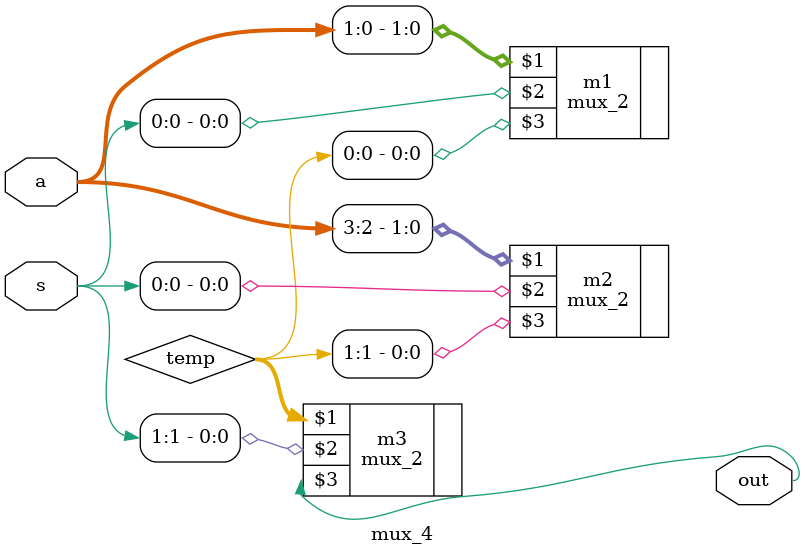
<source format=v>

module mux_4(
    input [3:0] a,
    input [1:0] s,
    output out
    );
    wire [1:0]temp;
    mux_2 m1(a[1:0],s[0],temp[0]);
    mux_2 m2(a[3:2],s[0],temp[1]);
    mux_2 m3(temp,s[1],out);
endmodule
</source>
